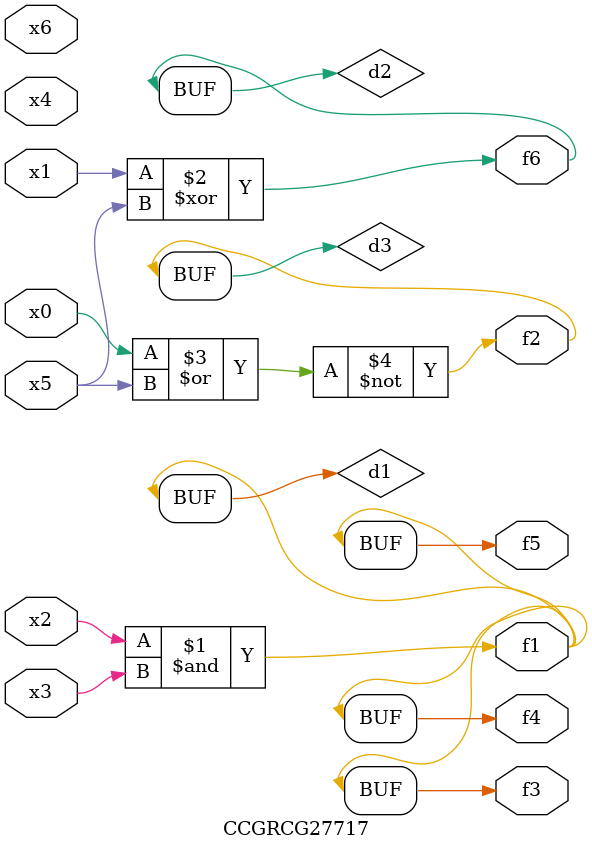
<source format=v>
module CCGRCG27717(
	input x0, x1, x2, x3, x4, x5, x6,
	output f1, f2, f3, f4, f5, f6
);

	wire d1, d2, d3;

	and (d1, x2, x3);
	xor (d2, x1, x5);
	nor (d3, x0, x5);
	assign f1 = d1;
	assign f2 = d3;
	assign f3 = d1;
	assign f4 = d1;
	assign f5 = d1;
	assign f6 = d2;
endmodule

</source>
